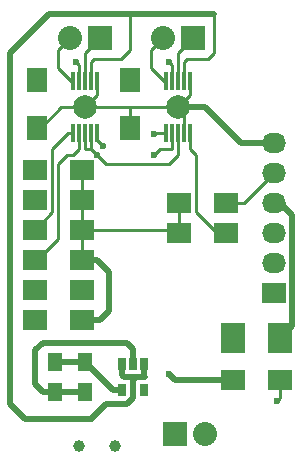
<source format=gbl>
G04 #@! TF.FileFunction,Copper,L2,Bot,Signal*
%FSLAX46Y46*%
G04 Gerber Fmt 4.6, Leading zero omitted, Abs format (unit mm)*
G04 Created by KiCad (PCBNEW 4.0.2+e4-6225~38~ubuntu14.04.1-stable) date Mon 09 May 2016 08:18:36 PM EDT*
%MOMM*%
G01*
G04 APERTURE LIST*
%ADD10C,0.100000*%
%ADD11R,2.000000X2.500000*%
%ADD12R,1.250000X1.500000*%
%ADD13R,2.032000X1.727200*%
%ADD14O,2.032000X1.727200*%
%ADD15R,2.032000X2.032000*%
%ADD16O,2.032000X2.032000*%
%ADD17C,1.998980*%
%ADD18R,2.000000X1.700000*%
%ADD19R,1.700000X2.000000*%
%ADD20R,0.650000X1.060000*%
%ADD21R,0.300000X1.600000*%
%ADD22C,1.000760*%
%ADD23C,0.600000*%
%ADD24C,0.500000*%
%ADD25C,0.250000*%
G04 APERTURE END LIST*
D10*
D11*
X177070000Y-103124000D03*
X181070000Y-103124000D03*
D12*
X162052000Y-105176000D03*
X162052000Y-107676000D03*
X164592000Y-105176000D03*
X164592000Y-107676000D03*
D13*
X180594000Y-99314000D03*
D14*
X180594000Y-96774000D03*
X180594000Y-94234000D03*
X180594000Y-91694000D03*
X180594000Y-89154000D03*
X180594000Y-86614000D03*
D15*
X172212000Y-111252000D03*
D16*
X174752000Y-111252000D03*
D15*
X165862000Y-77724000D03*
D16*
X163322000Y-77724000D03*
D17*
X172466000Y-83566000D03*
X164592000Y-83566000D03*
D15*
X173736000Y-77724000D03*
D16*
X171196000Y-77724000D03*
D18*
X181070000Y-106680000D03*
X177070000Y-106680000D03*
D19*
X160528000Y-81312000D03*
X160528000Y-85312000D03*
X168402000Y-81312000D03*
X168402000Y-85312000D03*
D18*
X164306000Y-88900000D03*
X160306000Y-88900000D03*
X164306000Y-93980000D03*
X160306000Y-93980000D03*
X164306000Y-96520000D03*
X160306000Y-96520000D03*
X164306000Y-91440000D03*
X160306000Y-91440000D03*
X172498000Y-94234000D03*
X176498000Y-94234000D03*
X164306000Y-101600000D03*
X160306000Y-101600000D03*
X172498000Y-91694000D03*
X176498000Y-91694000D03*
X164306000Y-99060000D03*
X160306000Y-99060000D03*
D20*
X167706000Y-105326000D03*
X168656000Y-105326000D03*
X169606000Y-105326000D03*
X169606000Y-107526000D03*
X167706000Y-107526000D03*
D21*
X163592000Y-81366000D03*
X164092000Y-81366000D03*
X164592000Y-81366000D03*
X165092000Y-81366000D03*
X165592000Y-81366000D03*
X165592000Y-85766000D03*
X165092000Y-85766000D03*
X164592000Y-85766000D03*
X164092000Y-85766000D03*
X163592000Y-85766000D03*
X171466000Y-81366000D03*
X171966000Y-81366000D03*
X172466000Y-81366000D03*
X172966000Y-81366000D03*
X173466000Y-81366000D03*
X173466000Y-85766000D03*
X172966000Y-85766000D03*
X172466000Y-85766000D03*
X171966000Y-85766000D03*
X171466000Y-85766000D03*
D22*
X164106860Y-112268000D03*
X167109140Y-112268000D03*
D23*
X177292000Y-103156000D03*
X164306000Y-99060000D03*
X163322000Y-107696000D03*
X162052000Y-105176000D03*
X164338000Y-101854000D03*
X164338000Y-88900000D03*
X180848000Y-108458000D03*
X160306000Y-101600000D03*
X176498000Y-91694000D03*
X171704000Y-106172000D03*
X160528000Y-81280000D03*
X163830000Y-79756000D03*
X168402000Y-81312000D03*
X171704000Y-79756000D03*
X160528000Y-88900000D03*
X165608000Y-87630000D03*
X170434000Y-85852000D03*
X160274000Y-93980000D03*
X170434000Y-87630000D03*
X160306000Y-96520000D03*
X166116000Y-86868000D03*
X160306000Y-91440000D03*
X176530000Y-94234000D03*
X160274000Y-99060000D03*
X165100000Y-109982000D03*
D24*
X177292000Y-103156000D02*
X177260000Y-103124000D01*
X177260000Y-103124000D02*
X177070000Y-103124000D01*
X180594000Y-91694000D02*
X181102000Y-91694000D01*
X181102000Y-91694000D02*
X182118000Y-92710000D01*
X182118000Y-92710000D02*
X182118000Y-102076000D01*
X182118000Y-102076000D02*
X181070000Y-103124000D01*
X163322000Y-107696000D02*
X164572000Y-107696000D01*
X164572000Y-107696000D02*
X164592000Y-107676000D01*
X168656000Y-105326000D02*
X168656000Y-104063800D01*
X161016000Y-107676000D02*
X162052000Y-107676000D01*
X160350200Y-107010200D02*
X161016000Y-107676000D01*
X160350200Y-104140000D02*
X160350200Y-107010200D01*
X160985200Y-103505000D02*
X160350200Y-104140000D01*
X168097200Y-103505000D02*
X160985200Y-103505000D01*
X168656000Y-104063800D02*
X168097200Y-103505000D01*
X180594000Y-86614000D02*
X177800000Y-86614000D01*
X174752000Y-83566000D02*
X172466000Y-83566000D01*
X177800000Y-86614000D02*
X174752000Y-83566000D01*
D25*
X160528000Y-85312000D02*
X160814000Y-85312000D01*
X160814000Y-85312000D02*
X162560000Y-83566000D01*
X162560000Y-83566000D02*
X164592000Y-83566000D01*
X168402000Y-85312000D02*
X168402000Y-83566000D01*
X164592000Y-83566000D02*
X168402000Y-83566000D01*
X168402000Y-83566000D02*
X172466000Y-83566000D01*
X165592000Y-81366000D02*
X165592000Y-82566000D01*
X165592000Y-82566000D02*
X164592000Y-83566000D01*
X173466000Y-81366000D02*
X173466000Y-82566000D01*
X173466000Y-82566000D02*
X172466000Y-83566000D01*
X172966000Y-85766000D02*
X172966000Y-84066000D01*
X172966000Y-84066000D02*
X172466000Y-83566000D01*
D24*
X162052000Y-107676000D02*
X163302000Y-107676000D01*
X163302000Y-107676000D02*
X163322000Y-107696000D01*
D25*
X164306000Y-88900000D02*
X164306000Y-91440000D01*
X164306000Y-93980000D02*
X172244000Y-93980000D01*
X172244000Y-93980000D02*
X172498000Y-94234000D01*
D24*
X164306000Y-101600000D02*
X165862000Y-101600000D01*
X165608000Y-96520000D02*
X164306000Y-96520000D01*
X166624000Y-97536000D02*
X165608000Y-96520000D01*
X166624000Y-100838000D02*
X166624000Y-97536000D01*
X165862000Y-101600000D02*
X166624000Y-100838000D01*
X164592000Y-105176000D02*
X162052000Y-105176000D01*
X164338000Y-101854000D02*
X164306000Y-101822000D01*
X164306000Y-101822000D02*
X164306000Y-101600000D01*
X167706000Y-107526000D02*
X166942000Y-107526000D01*
X166942000Y-107526000D02*
X164592000Y-105176000D01*
D25*
X172498000Y-91694000D02*
X172498000Y-94234000D01*
X164338000Y-88900000D02*
X164306000Y-88932000D01*
X164306000Y-88932000D02*
X164306000Y-93980000D01*
X164306000Y-93980000D02*
X164306000Y-96520000D01*
X181070000Y-108236000D02*
X181070000Y-106680000D01*
X180848000Y-108458000D02*
X181070000Y-108236000D01*
X176498000Y-91694000D02*
X178054000Y-91694000D01*
X178054000Y-91694000D02*
X180594000Y-89154000D01*
X164592000Y-81366000D02*
X164592000Y-78994000D01*
X164592000Y-78994000D02*
X165862000Y-77724000D01*
X163592000Y-81366000D02*
X163408000Y-81366000D01*
X162306000Y-78740000D02*
X163322000Y-77724000D01*
X162306000Y-80264000D02*
X162306000Y-78740000D01*
X163408000Y-81366000D02*
X162306000Y-80264000D01*
X172466000Y-81366000D02*
X172466000Y-78994000D01*
X172466000Y-78994000D02*
X173736000Y-77724000D01*
X171466000Y-81366000D02*
X171282000Y-81366000D01*
X170180000Y-78740000D02*
X171196000Y-77724000D01*
X170180000Y-80264000D02*
X170180000Y-78740000D01*
X171282000Y-81366000D02*
X170180000Y-80264000D01*
D24*
X171704000Y-106172000D02*
X172212000Y-106680000D01*
X172212000Y-106680000D02*
X177070000Y-106680000D01*
D25*
X164092000Y-81366000D02*
X164092000Y-80018000D01*
X160528000Y-81280000D02*
X160528000Y-81312000D01*
X164092000Y-80018000D02*
X163830000Y-79756000D01*
X171966000Y-80018000D02*
X171704000Y-79756000D01*
X171966000Y-81366000D02*
X171966000Y-80018000D01*
X172466000Y-85766000D02*
X172466000Y-87630000D01*
X166370000Y-88392000D02*
X165608000Y-87630000D01*
X171704000Y-88392000D02*
X166370000Y-88392000D01*
X172466000Y-87630000D02*
X171704000Y-88392000D01*
X164846000Y-87122000D02*
X165100000Y-87122000D01*
X165100000Y-87122000D02*
X165608000Y-87630000D01*
X160528000Y-88900000D02*
X160306000Y-88900000D01*
X164592000Y-85766000D02*
X164592000Y-87122000D01*
X165092000Y-87114000D02*
X165092000Y-85766000D01*
X165100000Y-87122000D02*
X165092000Y-87114000D01*
X164592000Y-87122000D02*
X164846000Y-87122000D01*
X170520000Y-85766000D02*
X171466000Y-85766000D01*
X170434000Y-85852000D02*
X170520000Y-85766000D01*
X163592000Y-85766000D02*
X163154000Y-85766000D01*
X161798000Y-92488000D02*
X160306000Y-93980000D01*
X161798000Y-87122000D02*
X161798000Y-92488000D01*
X163154000Y-85766000D02*
X161798000Y-87122000D01*
X160274000Y-93980000D02*
X160306000Y-93980000D01*
X171966000Y-87114000D02*
X171966000Y-85766000D01*
X171958000Y-87122000D02*
X171966000Y-87114000D01*
X170942000Y-87122000D02*
X171958000Y-87122000D01*
X170434000Y-87630000D02*
X170942000Y-87122000D01*
X160306000Y-96520000D02*
X160528000Y-96520000D01*
X160528000Y-96520000D02*
X162306000Y-94742000D01*
X164092000Y-87114000D02*
X164092000Y-85766000D01*
X163576000Y-87630000D02*
X164092000Y-87114000D01*
X163068000Y-87630000D02*
X163576000Y-87630000D01*
X162306000Y-88392000D02*
X163068000Y-87630000D01*
X162306000Y-94742000D02*
X162306000Y-88392000D01*
X165592000Y-85766000D02*
X165592000Y-86344000D01*
X165592000Y-86344000D02*
X166116000Y-86868000D01*
X176498000Y-94234000D02*
X175768000Y-94234000D01*
X175768000Y-94234000D02*
X173990000Y-92456000D01*
X173466000Y-87106000D02*
X173466000Y-85766000D01*
X173990000Y-87630000D02*
X173466000Y-87106000D01*
X173990000Y-92456000D02*
X173990000Y-87630000D01*
X176530000Y-94234000D02*
X176498000Y-94234000D01*
X160274000Y-99060000D02*
X160306000Y-99060000D01*
X172966000Y-81366000D02*
X172966000Y-79764000D01*
D24*
X175514000Y-75692000D02*
X168402000Y-75692000D01*
D25*
X175514000Y-78994000D02*
X175514000Y-75692000D01*
X175006000Y-79502000D02*
X175514000Y-78994000D01*
X173228000Y-79502000D02*
X175006000Y-79502000D01*
X172966000Y-79764000D02*
X173228000Y-79502000D01*
X165092000Y-81366000D02*
X165092000Y-79764000D01*
X168402000Y-78740000D02*
X168402000Y-75692000D01*
X167640000Y-79502000D02*
X168402000Y-78740000D01*
X165354000Y-79502000D02*
X167640000Y-79502000D01*
X165092000Y-79764000D02*
X165354000Y-79502000D01*
D24*
X165100000Y-109982000D02*
X159512000Y-109982000D01*
X161544000Y-75692000D02*
X168402000Y-75692000D01*
X158242000Y-78994000D02*
X161544000Y-75692000D01*
X158242000Y-108712000D02*
X158242000Y-78994000D01*
X159512000Y-109982000D02*
X158242000Y-108712000D01*
X167706000Y-105326000D02*
X167706000Y-106238000D01*
X167894000Y-106426000D02*
X168910000Y-106426000D01*
X167706000Y-106238000D02*
X167894000Y-106426000D01*
X169606000Y-106360000D02*
X169606000Y-105326000D01*
X169672000Y-106426000D02*
X169606000Y-106360000D01*
X168910000Y-106426000D02*
X169672000Y-106426000D01*
X168656000Y-106680000D02*
X168910000Y-106426000D01*
X168656000Y-108204000D02*
X168656000Y-106680000D01*
X168148000Y-108712000D02*
X168656000Y-108204000D01*
X166370000Y-108712000D02*
X168148000Y-108712000D01*
X165100000Y-109982000D02*
X166370000Y-108712000D01*
M02*

</source>
